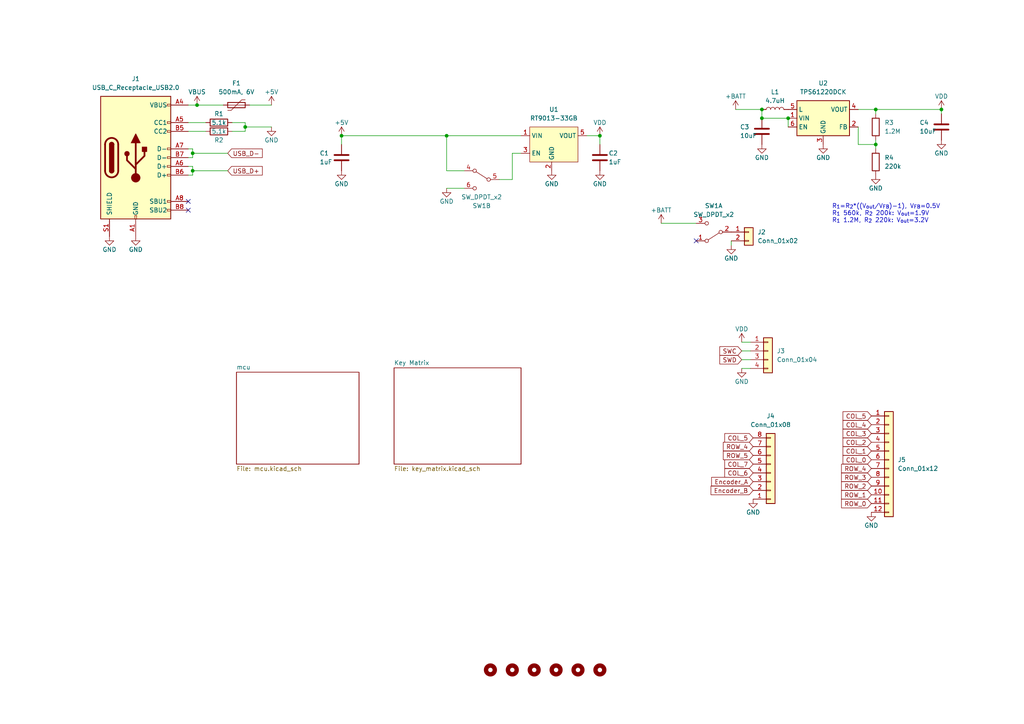
<source format=kicad_sch>
(kicad_sch (version 20230121) (generator eeschema)
  (paper "A4")
  (title_block (title "ErgoSNM Keyboard - Left") (rev "3.0") (company "SideraKB") (comment 1 "MIT License (Open source hardware)") (comment 2 "https://github.com/ziteh/ergo-snm-keyboard"))
  (lib_symbols
    (symbol "Connector:USB_C_Receptacle_USB2.0" (pin_names (offset 1.016))
      (property "Reference" "J" (at -10.16 19.05 0))
      (property "Value" "USB_C_Receptacle_USB2.0" (at 19.05 19.05 0))
      (symbol "USB_C_Receptacle_USB2.0_0_0"
        (rectangle (start -0.254 -17.78) (end 0.254 -16.764))
        (rectangle (start 10.16 -14.986) (end 9.144 -15.494))
        (rectangle (start 10.16 -12.446) (end 9.144 -12.954))
        (rectangle (start 10.16 -4.826) (end 9.144 -5.334))
        (rectangle (start 10.16 -2.286) (end 9.144 -2.794))
        (rectangle (start 10.16 0.254) (end 9.144 -0.254))
        (rectangle (start 10.16 2.794) (end 9.144 2.286))
        (rectangle (start 10.16 7.874) (end 9.144 7.366))
        (rectangle (start 10.16 10.414) (end 9.144 9.906))
        (rectangle (start 10.16 15.494) (end 9.144 14.986))
      )
      (symbol "USB_C_Receptacle_USB2.0_0_1"
        (rectangle (start -10.16 17.78) (end 10.16 -17.78) (stroke (width 0.254)) (fill (type background)))
        (arc (start -8.89 -3.81) (mid -6.985 -5.7067) (end -5.08 -3.81) (stroke (width 0.508)))
        (arc (start -7.62 -3.81) (mid -6.985 -4.4423) (end -6.35 -3.81) (stroke (width 0.254)))
        (arc (start -7.62 -3.81) (mid -6.985 -4.4423) (end -6.35 -3.81) (stroke (width 0.254)) (fill (type outline)))
        (rectangle (start -7.62 -3.81) (end -6.35 3.81) (stroke (width 0.254)) (fill (type outline)))
        (arc (start -6.35 3.81) (mid -6.985 4.4423) (end -7.62 3.81) (stroke (width 0.254)))
        (arc (start -6.35 3.81) (mid -6.985 4.4423) (end -7.62 3.81) (stroke (width 0.254)) (fill (type outline)))
        (arc (start -5.08 3.81) (mid -6.985 5.7067) (end -8.89 3.81) (stroke (width 0.508)))
        (circle (center -2.54 1.143) (radius 0.635) (stroke (width 0.254)) (fill (type outline)))
        (circle (center 0 -5.842) (radius 1.27) (fill (type outline)))
        (polyline (pts (xy -8.89 -3.81) (xy -8.89 3.81)) (stroke (width 0.508)))
        (polyline (pts (xy -5.08 3.81) (xy -5.08 -3.81)) (stroke (width 0.508)))
        (polyline (pts (xy 0 -5.842) (xy 0 4.318)) (stroke (width 0.508)))
        (polyline (pts (xy 0 -3.302) (xy -2.54 -0.762) (xy -2.54 0.508)) (stroke (width 0.508)))
        (polyline (pts (xy 0 -2.032) (xy 2.54 0.508) (xy 2.54 1.778)) (stroke (width 0.508)))
        (polyline (pts (xy -1.27 4.318) (xy 0 6.858) (xy 1.27 4.318) (xy -1.27 4.318)) (stroke (width 0.254)) (fill (type outline)))
        (rectangle (start 1.905 1.778) (end 3.175 3.048) (stroke (width 0.254)) (fill (type outline)))
      )
      (symbol "USB_C_Receptacle_USB2.0_1_1"
        (pin passive line (at 0 -22.86 90) (length 5.08) (name "GND") (number "A1"))
        (pin passive line (at 0 -22.86 90) (length 5.08) hide (name "GND") (number "A12"))
        (pin passive line (at 15.24 15.24 180) (length 5.08) (name "VBUS") (number "A4"))
        (pin bidirectional line (at 15.24 10.16 180) (length 5.08) (name "CC1") (number "A5"))
        (pin bidirectional line (at 15.24 -2.54 180) (length 5.08) (name "D+") (number "A6"))
        (pin bidirectional line (at 15.24 2.54 180) (length 5.08) (name "D-") (number "A7"))
        (pin bidirectional line (at 15.24 -12.7 180) (length 5.08) (name "SBU1") (number "A8"))
        (pin passive line (at 15.24 15.24 180) (length 5.08) hide (name "VBUS") (number "A9"))
        (pin passive line (at 0 -22.86 90) (length 5.08) hide (name "GND") (number "B1"))
        (pin passive line (at 0 -22.86 90) (length 5.08) hide (name "GND") (number "B12"))
        (pin passive line (at 15.24 15.24 180) (length 5.08) hide (name "VBUS") (number "B4"))
        (pin bidirectional line (at 15.24 7.62 180) (length 5.08) (name "CC2") (number "B5"))
        (pin bidirectional line (at 15.24 -5.08 180) (length 5.08) (name "D+") (number "B6"))
        (pin bidirectional line (at 15.24 0 180) (length 5.08) (name "D-") (number "B7"))
        (pin bidirectional line (at 15.24 -15.24 180) (length 5.08) (name "SBU2") (number "B8"))
        (pin passive line (at 15.24 15.24 180) (length 5.08) hide (name "VBUS") (number "B9"))
        (pin passive line (at -7.62 -22.86 90) (length 5.08) (name "SHIELD") (number "S1"))
      )
    )
    (symbol "Connector_Generic:Conn_01x02" (pin_names (offset 1.016) hide)
      (property "Reference" "J" (at 0 2.54 0))
      (property "Value" "Conn_01x02" (at 0 -5.08 0))
      (symbol "Conn_01x02_1_1"
        (rectangle (start -1.27 -2.413) (end 0 -2.667) (stroke (width 0.1524)))
        (rectangle (start -1.27 0.127) (end 0 -0.127) (stroke (width 0.1524)))
        (rectangle (start -1.27 1.27) (end 1.27 -3.81) (stroke (width 0.254)) (fill (type background)))
        (pin passive line (at -5.08 0 0) (length 3.81) (name "Pin_1") (number "1"))
        (pin passive line (at -5.08 -2.54 0) (length 3.81) (name "Pin_2") (number "2"))
      )
    )
    (symbol "Connector_Generic:Conn_01x04" (pin_names (offset 1.016) hide)
      (property "Reference" "J" (at 0 5.08 0))
      (property "Value" "Conn_01x04" (at 0 -7.62 0))
      (symbol "Conn_01x04_1_1"
        (rectangle (start -1.27 -4.953) (end 0 -5.207) (stroke (width 0.1524)))
        (rectangle (start -1.27 -2.413) (end 0 -2.667) (stroke (width 0.1524)))
        (rectangle (start -1.27 0.127) (end 0 -0.127) (stroke (width 0.1524)))
        (rectangle (start -1.27 2.667) (end 0 2.413) (stroke (width 0.1524)))
        (rectangle (start -1.27 3.81) (end 1.27 -6.35) (stroke (width 0.254)) (fill (type background)))
        (pin passive line (at -5.08 2.54 0) (length 3.81) (name "Pin_1") (number "1"))
        (pin passive line (at -5.08 0 0) (length 3.81) (name "Pin_2") (number "2"))
        (pin passive line (at -5.08 -2.54 0) (length 3.81) (name "Pin_3") (number "3"))
        (pin passive line (at -5.08 -5.08 0) (length 3.81) (name "Pin_4") (number "4"))
      )
    )
    (symbol "Connector_Generic:Conn_01x08" (pin_names (offset 1.016) hide)
      (property "Reference" "J" (at 0 10.16 0))
      (property "Value" "Conn_01x08" (at 0 -12.7 0))
      (symbol "Conn_01x08_1_1"
        (rectangle (start -1.27 -10.033) (end 0 -10.287) (stroke (width 0.1524)))
        (rectangle (start -1.27 -7.493) (end 0 -7.747) (stroke (width 0.1524)))
        (rectangle (start -1.27 -4.953) (end 0 -5.207) (stroke (width 0.1524)))
        (rectangle (start -1.27 -2.413) (end 0 -2.667) (stroke (width 0.1524)))
        (rectangle (start -1.27 0.127) (end 0 -0.127) (stroke (width 0.1524)))
        (rectangle (start -1.27 2.667) (end 0 2.413) (stroke (width 0.1524)))
        (rectangle (start -1.27 5.207) (end 0 4.953) (stroke (width 0.1524)))
        (rectangle (start -1.27 7.747) (end 0 7.493) (stroke (width 0.1524)))
        (rectangle (start -1.27 8.89) (end 1.27 -11.43) (stroke (width 0.254)) (fill (type background)))
        (pin passive line (at -5.08 7.62 0) (length 3.81) (name "Pin_1") (number "1"))
        (pin passive line (at -5.08 5.08 0) (length 3.81) (name "Pin_2") (number "2"))
        (pin passive line (at -5.08 2.54 0) (length 3.81) (name "Pin_3") (number "3"))
        (pin passive line (at -5.08 0 0) (length 3.81) (name "Pin_4") (number "4"))
        (pin passive line (at -5.08 -2.54 0) (length 3.81) (name "Pin_5") (number "5"))
        (pin passive line (at -5.08 -5.08 0) (length 3.81) (name "Pin_6") (number "6"))
        (pin passive line (at -5.08 -7.62 0) (length 3.81) (name "Pin_7") (number "7"))
        (pin passive line (at -5.08 -10.16 0) (length 3.81) (name "Pin_8") (number "8"))
      )
    )
    (symbol "Connector_Generic:Conn_01x12" (pin_names (offset 1.016) hide)
      (property "Reference" "J" (at 0 15.24 0))
      (property "Value" "Conn_01x12" (at 0 -17.78 0))
      (symbol "Conn_01x12_1_1"
        (rectangle (start -1.27 -15.113) (end 0 -15.367) (stroke (width 0.1524)))
        (rectangle (start -1.27 -12.573) (end 0 -12.827) (stroke (width 0.1524)))
        (rectangle (start -1.27 -10.033) (end 0 -10.287) (stroke (width 0.1524)))
        (rectangle (start -1.27 -7.493) (end 0 -7.747) (stroke (width 0.1524)))
        (rectangle (start -1.27 -4.953) (end 0 -5.207) (stroke (width 0.1524)))
        (rectangle (start -1.27 -2.413) (end 0 -2.667) (stroke (width 0.1524)))
        (rectangle (start -1.27 0.127) (end 0 -0.127) (stroke (width 0.1524)))
        (rectangle (start -1.27 2.667) (end 0 2.413) (stroke (width 0.1524)))
        (rectangle (start -1.27 5.207) (end 0 4.953) (stroke (width 0.1524)))
        (rectangle (start -1.27 7.747) (end 0 7.493) (stroke (width 0.1524)))
        (rectangle (start -1.27 10.287) (end 0 10.033) (stroke (width 0.1524)))
        (rectangle (start -1.27 12.827) (end 0 12.573) (stroke (width 0.1524)))
        (rectangle (start -1.27 13.97) (end 1.27 -16.51) (stroke (width 0.254)) (fill (type background)))
        (pin passive line (at -5.08 12.7 0) (length 3.81) (name "Pin_1") (number "1"))
        (pin passive line (at -5.08 -10.16 0) (length 3.81) (name "Pin_10") (number "10"))
        (pin passive line (at -5.08 -12.7 0) (length 3.81) (name "Pin_11") (number "11"))
        (pin passive line (at -5.08 -15.24 0) (length 3.81) (name "Pin_12") (number "12"))
        (pin passive line (at -5.08 10.16 0) (length 3.81) (name "Pin_2") (number "2"))
        (pin passive line (at -5.08 7.62 0) (length 3.81) (name "Pin_3") (number "3"))
        (pin passive line (at -5.08 5.08 0) (length 3.81) (name "Pin_4") (number "4"))
        (pin passive line (at -5.08 2.54 0) (length 3.81) (name "Pin_5") (number "5"))
        (pin passive line (at -5.08 0 0) (length 3.81) (name "Pin_6") (number "6"))
        (pin passive line (at -5.08 -2.54 0) (length 3.81) (name "Pin_7") (number "7"))
        (pin passive line (at -5.08 -5.08 0) (length 3.81) (name "Pin_8") (number "8"))
        (pin passive line (at -5.08 -7.62 0) (length 3.81) (name "Pin_9") (number "9"))
      )
    )
    (symbol "Device:C" (pin_numbers hide) (pin_names (offset 0.254))
      (property "Reference" "C" (at 0.635 2.54 0))
      (property "Value" "C" (at 0.635 -2.54 0))
      (symbol "C_0_1"
        (polyline (pts (xy -2.032 -0.762) (xy 2.032 -0.762)) (stroke (width 0.508)))
        (polyline (pts (xy -2.032 0.762) (xy 2.032 0.762)) (stroke (width 0.508)))
      )
      (symbol "C_1_1"
        (pin passive line (at 0 3.81 270) (length 2.794) (name "~") (number "1"))
        (pin passive line (at 0 -3.81 90) (length 2.794) (name "~") (number "2"))
      )
    )
    (symbol "Device:L" (pin_numbers hide) (pin_names (offset 1.016) hide)
      (property "Reference" "L" (at -1.27 0 90))
      (property "Value" "L" (at 1.905 0 90))
      (symbol "L_0_1"
        (arc (start 0 -2.54) (mid 0.6323 -1.905) (end 0 -1.27))
        (arc (start 0 -1.27) (mid 0.6323 -0.635) (end 0 0))
        (arc (start 0 0) (mid 0.6323 0.635) (end 0 1.27))
        (arc (start 0 1.27) (mid 0.6323 1.905) (end 0 2.54))
      )
      (symbol "L_1_1"
        (pin passive line (at 0 3.81 270) (length 1.27) (name "1") (number "1"))
        (pin passive line (at 0 -3.81 90) (length 1.27) (name "2") (number "2"))
      )
    )
    (symbol "Device:Polyfuse" (pin_numbers hide) (pin_names (offset 0))
      (property "Reference" "F" (at -2.54 0 90))
      (property "Value" "Polyfuse" (at 2.54 0 90))
      (symbol "Polyfuse_0_1"
        (rectangle (start -0.762 2.54) (end 0.762 -2.54) (stroke (width 0.254)))
        (polyline (pts (xy 0 2.54) (xy 0 -2.54)))
        (polyline (pts (xy -1.524 2.54) (xy -1.524 1.524) (xy 1.524 -1.524) (xy 1.524 -2.54)))
      )
      (symbol "Polyfuse_1_1"
        (pin passive line (at 0 3.81 270) (length 1.27) (name "~") (number "1"))
        (pin passive line (at 0 -3.81 90) (length 1.27) (name "~") (number "2"))
      )
    )
    (symbol "Device:R" (pin_numbers hide) (pin_names (offset 0))
      (property "Reference" "R" (at 2.032 0 90))
      (property "Value" "R" (at 0 0 90))
      (symbol "R_0_1"
        (rectangle (start -1.016 -2.54) (end 1.016 2.54) (stroke (width 0.254)))
      )
      (symbol "R_1_1"
        (pin passive line (at 0 3.81 270) (length 1.27) (name "~") (number "1"))
        (pin passive line (at 0 -3.81 90) (length 1.27) (name "~") (number "2"))
      )
    )
    (symbol "Mechanical:MountingHole" (pin_names (offset 1.016))
      (property "Reference" "H" (at 0 5.08 0))
      (property "Value" "MountingHole" (at 0 3.175 0))
      (symbol "MountingHole_0_1"
        (circle (center 0 0) (radius 1.27) (stroke (width 1.27)))
      )
    )
    (symbol "Regulator_Switching:TPS61220DCK"
      (property "Reference" "U" (at -7.62 6.35 0))
      (property "Value" "TPS61220DCK" (at 2.54 6.35 0))
      (symbol "TPS61220DCK_0_1"
        (rectangle (start -7.62 5.08) (end 7.62 -5.08) (stroke (width 0.254)) (fill (type background)))
      )
      (symbol "TPS61220DCK_1_1"
        (pin power_in line (at -10.16 0 0) (length 2.54) (name "VIN") (number "1"))
        (pin input line (at 10.16 -2.54 180) (length 2.54) (name "FB") (number "2"))
        (pin power_in line (at 0 -7.62 90) (length 2.54) (name "GND") (number "3"))
        (pin power_out line (at 10.16 2.54 180) (length 2.54) (name "VOUT") (number "4"))
        (pin power_in line (at -10.16 2.54 0) (length 2.54) (name "L") (number "5"))
        (pin input line (at -10.16 -2.54 0) (length 2.54) (name "EN") (number "6"))
      )
    )
    (symbol "Switch:SW_DPDT_x2" (pin_names (offset 0) hide)
      (property "Reference" "SW" (at 0 4.318 0))
      (property "Value" "SW_DPDT_x2" (at 0 -5.08 0))
      (symbol "SW_DPDT_x2_0_0"
        (circle (center -2.032 0) (radius 0.508))
        (circle (center 2.032 -2.54) (radius 0.508))
      )
      (symbol "SW_DPDT_x2_0_1"
        (polyline (pts (xy -1.524 0.254) (xy 1.651 2.286)))
        (circle (center 2.032 2.54) (radius 0.508))
      )
      (symbol "SW_DPDT_x2_1_1"
        (pin passive line (at 5.08 2.54 180) (length 2.54) (name "A") (number "1"))
        (pin passive line (at -5.08 0 0) (length 2.54) (name "B") (number "2"))
        (pin passive line (at 5.08 -2.54 180) (length 2.54) (name "C") (number "3"))
      )
      (symbol "SW_DPDT_x2_2_1"
        (pin passive line (at 5.08 2.54 180) (length 2.54) (name "A") (number "4"))
        (pin passive line (at -5.08 0 0) (length 2.54) (name "B") (number "5"))
        (pin passive line (at 5.08 -2.54 180) (length 2.54) (name "C") (number "6"))
      )
    )
    (symbol "power:+5V" (power) (pin_names (offset 0))
      (property "Value" "+5V" (at 0 3.556 0))
      (symbol "+5V_0_1"
        (polyline (pts (xy -0.762 1.27) (xy 0 2.54)))
        (polyline (pts (xy 0 0) (xy 0 2.54)))
        (polyline (pts (xy 0 2.54) (xy 0.762 1.27)))
      )
      (symbol "+5V_1_1"
        (pin power_in line (at 0 0 90) (length 0) hide (name "+5V") (number "1"))
      )
    )
    (symbol "power:+BATT" (power) (pin_names (offset 0))
      (property "Value" "+BATT" (at 0 3.556 0))
      (symbol "+BATT_0_1"
        (polyline (pts (xy -0.762 1.27) (xy 0 2.54)))
        (polyline (pts (xy 0 0) (xy 0 2.54)))
        (polyline (pts (xy 0 2.54) (xy 0.762 1.27)))
      )
      (symbol "+BATT_1_1"
        (pin power_in line (at 0 0 90) (length 0) hide (name "+BATT") (number "1"))
      )
    )
    (symbol "power:GND" (power) (pin_names (offset 0))
      (property "Value" "GND" (at 0 -3.81 0))
      (symbol "GND_0_1"
        (polyline (pts (xy 0 0) (xy 0 -1.27) (xy 1.27 -1.27) (xy 0 -2.54) (xy -1.27 -1.27) (xy 0 -1.27)))
      )
      (symbol "GND_1_1"
        (pin power_in line (at 0 0 270) (length 0) hide (name "GND") (number "1"))
      )
    )
    (symbol "power:VBUS" (power) (pin_names (offset 0))
      (property "Value" "VBUS" (at 0 3.81 0))
      (symbol "VBUS_0_1"
        (polyline (pts (xy -0.762 1.27) (xy 0 2.54)))
        (polyline (pts (xy 0 0) (xy 0 2.54)))
        (polyline (pts (xy 0 2.54) (xy 0.762 1.27)))
      )
      (symbol "VBUS_1_1"
        (pin power_in line (at 0 0 90) (length 0) hide (name "VBUS") (number "1"))
      )
    )
    (symbol "power:VDD" (power) (pin_names (offset 0))
      (property "Value" "VDD" (at 0 3.81 0))
      (symbol "VDD_0_1"
        (polyline (pts (xy -0.762 1.27) (xy 0 2.54)))
        (polyline (pts (xy 0 0) (xy 0 2.54)))
        (polyline (pts (xy 0 2.54) (xy 0.762 1.27)))
      )
      (symbol "VDD_1_1"
        (pin power_in line (at 0 0 90) (length 0) hide (name "VDD") (number "1"))
      )
    )
    (symbol "rp-micro:RT9013-33GB"
      (property "Reference" "U?" (at 0 8.89 0))
      (property "Value" "RT9013-33GB" (at 0 6.35 0))
      (symbol "RT9013-33GB_0_0"
        (pin no_connect non_logic (at 10.16 -2.54 180) (length 2.54) hide (name "NC") (number "4"))
      )
      (symbol "RT9013-33GB_0_1"
        (rectangle (start -6.35 5.08) (end 7.62 -5.08) (fill (type background)))
      )
      (symbol "RT9013-33GB_1_1"
        (pin power_in line (at -8.89 2.54 0) (length 2.54) (name "VIN") (number "1"))
        (pin power_in line (at 0 -7.62 90) (length 2.54) (name "GND") (number "2"))
        (pin input line (at -8.89 -2.54 0) (length 2.54) (name "EN") (number "3"))
        (pin power_out line (at 10.16 2.54 180) (length 2.54) (name "VOUT") (number "5"))
      )
    )
  )
  (junction (at 57.15 30.48))
  (junction (at 228.6 34.29))
  (junction (at 254 31.75))
  (junction (at 273.05 31.75))
  (junction (at 71.12 36.83))
  (junction (at 55.88 49.53))
  (junction (at 254 41.91))
  (junction (at 220.98 34.29))
  (junction (at 129.54 39.37))
  (junction (at 99.06 39.37))
  (junction (at 220.98 31.75))
  (junction (at 55.88 44.45))
  (junction (at 173.99 39.37))
  (no_connect (at 54.61 58.42))
  (no_connect (at 201.93 69.85))
  (no_connect (at 54.61 60.96))
  (wire (pts (xy 71.12 36.83) (xy 71.12 38.1)))
  (wire (pts (xy 215.1256 104.3288) (xy 217.6656 104.3288)))
  (wire (pts (xy 59.69 35.56) (xy 54.61 35.56)))
  (wire (pts (xy 191.77 64.77) (xy 201.93 64.77)))
  (wire (pts (xy 212.09 69.85) (xy 212.09 71.12)))
  (wire (pts (xy 215.1256 99.2488) (xy 217.6656 99.2488)))
  (wire (pts (xy 71.12 35.56) (xy 67.31 35.56)))
  (wire (pts (xy 254 41.91) (xy 254 40.64)))
  (wire (pts (xy 254 43.18) (xy 254 41.91)))
  (wire (pts (xy 54.61 50.8) (xy 55.88 50.8)))
  (wire (pts (xy 99.06 39.37) (xy 129.54 39.37)))
  (wire (pts (xy 129.54 39.37) (xy 151.13 39.37)))
  (wire (pts (xy 55.88 49.53) (xy 55.88 50.8)))
  (wire (pts (xy 215.1256 101.7888) (xy 217.6656 101.7888)))
  (wire (pts (xy 148.59 44.45) (xy 151.13 44.45)))
  (wire (pts (xy 248.92 31.75) (xy 254 31.75)))
  (wire (pts (xy 55.88 44.45) (xy 66.04 44.45)))
  (wire (pts (xy 99.06 39.37) (xy 99.06 41.91)))
  (wire (pts (xy 213.36 31.75) (xy 220.98 31.75)))
  (wire (pts (xy 54.61 30.48) (xy 57.15 30.48)))
  (wire (pts (xy 220.98 34.29) (xy 228.6 34.29)))
  (wire (pts (xy 254 33.02) (xy 254 31.75)))
  (wire (pts (xy 148.59 52.07) (xy 144.78 52.07)))
  (wire (pts (xy 71.12 38.1) (xy 67.31 38.1)))
  (wire (pts (xy 248.92 41.91) (xy 248.92 36.83)))
  (wire (pts (xy 55.88 48.26) (xy 55.88 49.53)))
  (wire (pts (xy 54.61 43.18) (xy 55.88 43.18)))
  (wire (pts (xy 55.88 44.45) (xy 55.88 45.72)))
  (wire (pts (xy 148.59 44.45) (xy 148.59 52.07)))
  (wire (pts (xy 129.54 39.37) (xy 129.54 49.53)))
  (wire (pts (xy 220.98 31.75) (xy 220.98 34.29)))
  (wire (pts (xy 129.54 54.61) (xy 134.62 54.61)))
  (wire (pts (xy 170.18 39.37) (xy 173.99 39.37)))
  (wire (pts (xy 54.61 38.1) (xy 59.69 38.1)))
  (wire (pts (xy 248.92 41.91) (xy 254 41.91)))
  (wire (pts (xy 273.05 31.75) (xy 254 31.75)))
  (wire (pts (xy 54.61 48.26) (xy 55.88 48.26)))
  (wire (pts (xy 55.88 45.72) (xy 54.61 45.72)))
  (wire (pts (xy 173.99 39.37) (xy 173.99 41.91)))
  (wire (pts (xy 55.88 49.53) (xy 66.04 49.53)))
  (wire (pts (xy 55.88 43.18) (xy 55.88 44.45)))
  (wire (pts (xy 78.74 30.48) (xy 72.39 30.48)))
  (wire (pts (xy 228.6 34.29) (xy 228.6 36.83)))
  (wire (pts (xy 71.12 35.56) (xy 71.12 36.83)))
  (wire (pts (xy 71.12 36.83) (xy 78.74 36.83)))
  (wire (pts (xy 215.1256 106.8688) (xy 217.6656 106.8688)))
  (wire (pts (xy 273.05 33.02) (xy 273.05 31.75)))
  (wire (pts (xy 129.54 49.53) (xy 134.62 49.53)))
  (wire (pts (xy 64.77 30.48) (xy 57.15 30.48)))
  (text "R_{1}=R_{2}*((V_{out}/V_{FB})-1), V_{FB}=0.5V\nR_{1} 560k, R_{2} 200k: V_{out}=1.9V\nR_{1} 1.2M, R_{2} 220k: V_{out}=3.2V" (at 241.3 64.77 0) (effects (font (size 1.27 1.27)) (justify left bottom)))
  (global_label "Encoder_A" (shape input) (at 218.44 139.7 180) (property "Intersheetrefs" "${INTERSHEET_REFS}" (effects hide)))
  (global_label "USB_D-" (shape input) (at 66.04 44.45 0) (property "Intersheetrefs" "${INTERSHEET_REFS}" (effects hide)))
  (global_label "SWC" (shape input) (at 215.1256 101.7888 180) (property "Intersheetrefs" "${INTERSHEET_REFS}" (effects hide)))
  (global_label "ROW_4" (shape input) (at 252.73 135.89 180) (property "Intersheetrefs" "${INTERSHEET_REFS}" (effects hide)))
  (global_label "ROW_5" (shape input) (at 218.44 132.08 180) (property "Intersheetrefs" "${INTERSHEET_REFS}" (effects hide)))
  (global_label "Encoder_B" (shape input) (at 218.44 142.24 180) (property "Intersheetrefs" "${INTERSHEET_REFS}" (effects hide)))
  (global_label "ROW_3" (shape input) (at 252.73 138.43 180) (property "Intersheetrefs" "${INTERSHEET_REFS}" (effects hide)))
  (global_label "ROW_0" (shape input) (at 252.73 146.05 180) (property "Intersheetrefs" "${INTERSHEET_REFS}" (effects hide)))
  (global_label "COL_5" (shape input) (at 252.73 120.65 180) (property "Intersheetrefs" "${INTERSHEET_REFS}" (effects hide)))
  (global_label "ROW_4" (shape input) (at 218.44 129.54 180) (property "Intersheetrefs" "${INTERSHEET_REFS}" (effects hide)))
  (global_label "SWD" (shape input) (at 215.1256 104.3288 180) (property "Intersheetrefs" "${INTERSHEET_REFS}" (effects hide)))
  (global_label "USB_D+" (shape input) (at 66.04 49.53 0) (property "Intersheetrefs" "${INTERSHEET_REFS}" (effects hide)))
  (global_label "COL_2" (shape input) (at 252.73 128.27 180) (property "Intersheetrefs" "${INTERSHEET_REFS}" (effects hide)))
  (global_label "COL_0" (shape input) (at 252.73 133.35 180) (property "Intersheetrefs" "${INTERSHEET_REFS}" (effects hide)))
  (global_label "COL_7" (shape input) (at 218.44 134.62 180) (property "Intersheetrefs" "${INTERSHEET_REFS}" (effects hide)))
  (global_label "COL_5" (shape input) (at 218.44 127 180) (property "Intersheetrefs" "${INTERSHEET_REFS}" (effects hide)))
  (global_label "COL_3" (shape input) (at 252.73 125.73 180) (property "Intersheetrefs" "${INTERSHEET_REFS}" (effects hide)))
  (global_label "COL_4" (shape input) (at 252.73 123.19 180) (property "Intersheetrefs" "${INTERSHEET_REFS}" (effects hide)))
  (global_label "ROW_1" (shape input) (at 252.73 143.51 180) (property "Intersheetrefs" "${INTERSHEET_REFS}" (effects hide)))
  (global_label "COL_1" (shape input) (at 252.73 130.81 180) (property "Intersheetrefs" "${INTERSHEET_REFS}" (effects hide)))
  (global_label "COL_6" (shape input) (at 218.44 137.16 180) (property "Intersheetrefs" "${INTERSHEET_REFS}" (effects hide)))
  (global_label "ROW_2" (shape input) (at 252.73 140.97 180) (property "Intersheetrefs" "${INTERSHEET_REFS}" (effects hide)))
  (symbol (lib_id "Switch:SW_DPDT_x2") (at 207.01 67.31 180) (unit 1)
    (property "Reference" "SW1" (at 207.01 59.69 0))
    (property "Value" "SW_DPDT_x2" (at 207.01 62.23 0))
    (property "Footprint" "ErgoSNM_Keyboard:MSKT-22D14-T" (effects hide))
  )
  (symbol (lib_id "power:GND") (at 31.75 68.58 0) (unit 1)
    (property "Reference" "#PWR01" (effects hide))
    (property "Value" "GND" (at 31.75 72.39 0))
  )
  (symbol (lib_id "Mechanical:MountingHole") (at 161.29 194.31 0) (unit 1) (in_bom no)
    (property "Reference" "H4" (effects hide))
    (property "Value" "MountingHole" (effects hide))
    (property "Footprint" "MountingHole:MountingHole_2.2mm_M2" (effects hide))
  )
  (symbol (lib_id "power:+BATT") (at 191.77 64.77 0) (unit 1)
    (property "Reference" "#PWR012" (effects hide))
    (property "Value" "+BATT" (at 191.77 60.96 0))
  )
  (symbol (lib_id "Mechanical:MountingHole") (at 154.94 194.31 0) (unit 1) (in_bom no)
    (property "Reference" "H3" (effects hide))
    (property "Value" "MountingHole" (effects hide))
    (property "Footprint" "MountingHole:MountingHole_2.2mm_M2" (effects hide))
  )
  (symbol (lib_id "Connector_Generic:Conn_01x04") (at 222.7456 101.7888 0) (unit 1)
    (property "Reference" "J3" (at 225.2856 101.7888 0) (effects (justify left)))
    (property "Value" "Conn_01x04" (at 225.2856 104.3288 0) (effects (justify left)))
    (property "Footprint" "Connector_PinHeader_2.54mm:PinHeader_1x04_P2.54mm_Vertical" (effects hide))
  )
  (symbol (lib_id "power:GND") (at 173.99 49.53 0) (unit 1)
    (property "Reference" "#PWR011" (effects hide))
    (property "Value" "GND" (at 173.99 53.34 0))
  )
  (symbol (lib_id "Device:R") (at 254 46.99 0) (unit 1)
    (property "Reference" "R4" (at 256.54 45.72 0) (effects (justify left)))
    (property "Value" "220k" (at 256.54 48.26 0) (effects (justify left)))
    (property "Footprint" "Resistor_SMD:R_0603_1608Metric" (effects hide))
    (property "MFR. Part #" "0402WGF1002TCE " (effects hide))
    (property "LCSC" "C25744" (effects hide))
  )
  (symbol (lib_id "Device:C") (at 99.06 45.72 0) (unit 1)
    (property "Reference" "C1" (at 92.71 44.45 0) (effects (justify left)))
    (property "Value" "1uF" (at 92.71 46.99 0) (effects (justify left)))
    (property "Footprint" "Capacitor_SMD:C_0603_1608Metric" (effects hide))
    (property "MFR. Part #" "CL05A105KA5NQNC" (effects hide))
    (property "LCSC" "C52923" (effects hide))
  )
  (symbol (lib_id "power:GND") (at 220.98 41.91 0) (unit 1)
    (property "Reference" "#PWR018" (effects hide))
    (property "Value" "GND" (at 220.98 45.72 0))
  )
  (symbol (lib_id "Mechanical:MountingHole") (at 148.59 194.31 0) (unit 1) (in_bom no)
    (property "Reference" "H2" (effects hide))
    (property "Value" "MountingHole" (effects hide))
    (property "Footprint" "MountingHole:MountingHole_2.2mm_M2" (effects hide))
  )
  (symbol (lib_id "Regulator_Switching:TPS61220DCK") (at 238.76 34.29 0) (unit 1)
    (property "Reference" "U2" (at 238.76 24.13 0))
    (property "Value" "TPS61220DCK" (at 238.76 26.67 0))
    (property "Footprint" "Package_TO_SOT_SMD:Texas_R-PDSO-G6" (effects hide))
    (property "Datasheet" "http://www.ti.com/lit/ds/symlink/tps61220.pdf" (effects hide))
  )
  (symbol (lib_id "power:GND") (at 238.76 41.91 0) (unit 1)
    (property "Reference" "#PWR019" (effects hide))
    (property "Value" "GND" (at 238.76 45.72 0))
  )
  (symbol (lib_id "power:VDD") (at 215.1256 99.2488 0) (unit 1)
    (property "Reference" "#PWR015" (effects hide))
    (property "Value" "VDD" (at 215.1256 95.4388 0))
  )
  (symbol (lib_id "Device:C") (at 273.05 36.83 0) (unit 1)
    (property "Reference" "C4" (at 266.7 35.56 0) (effects (justify left)))
    (property "Value" "10uF" (at 266.7 38.1 0) (effects (justify left)))
    (property "Footprint" "Capacitor_SMD:C_0603_1608Metric" (effects hide))
    (property "MFR. Part #" "CL05A105KA5NQNC" (effects hide))
    (property "LCSC" "C52923" (effects hide))
  )
  (symbol (lib_id "Device:R") (at 63.5 35.56 90) (unit 1)
    (property "Reference" "R1" (at 63.5 33.02 90))
    (property "Value" "5.1k" (at 63.5 35.56 90))
    (property "Footprint" "Resistor_SMD:R_0603_1608Metric" (effects hide))
    (property "MFR. Part #" "0402WGF5101TCE" (effects hide))
    (property "LCSC" "C25905" (effects hide))
  )
  (symbol (lib_id "power:GND") (at 273.05 40.64 0) (unit 1)
    (property "Reference" "#PWR023" (effects hide))
    (property "Value" "GND" (at 273.05 44.45 0))
  )
  (symbol (lib_id "Connector:USB_C_Receptacle_USB2.0") (at 39.37 45.72 0) (unit 1)
    (property "Reference" "J1" (at 39.37 22.86 0))
    (property "Value" "USB_C_Receptacle_USB2.0" (at 39.37 25.4 0))
    (property "Footprint" "Connector_USB:USB_C_Receptacle_HRO_TYPE-C-31-M-12" (effects hide))
    (property "Datasheet" "https://www.usb.org/sites/default/files/documents/usb_type-c.zip" (effects hide))
    (property "MFR. Part #" "TYPE-C-31-M-12" (effects hide))
    (property "LCSC" "C165948" (effects hide))
  )
  (symbol (lib_id "Mechanical:MountingHole") (at 167.64 194.31 0) (unit 1) (in_bom no)
    (property "Reference" "H5" (effects hide))
    (property "Value" "MountingHole" (effects hide))
    (property "Footprint" "MountingHole:MountingHole_2.2mm_M2" (effects hide))
  )
  (symbol (lib_id "power:GND") (at 218.44 144.78 0) (unit 1)
    (property "Reference" "#PWR017" (effects hide))
    (property "Value" "GND" (at 218.44 148.59 0))
  )
  (symbol (lib_id "Mechanical:MountingHole") (at 142.24 194.31 0) (unit 1) (in_bom no)
    (property "Reference" "H1" (effects hide))
    (property "Value" "MountingHole" (effects hide))
    (property "Footprint" "MountingHole:MountingHole_2.2mm_M2" (effects hide))
  )
  (symbol (lib_id "Device:R") (at 63.5 38.1 90) (unit 1)
    (property "Reference" "R2" (at 63.5 40.64 90))
    (property "Value" "5.1k" (at 63.5 38.1 90))
    (property "Footprint" "Resistor_SMD:R_0603_1608Metric" (effects hide))
    (property "MFR. Part #" "0402WGF5101TCE" (effects hide))
    (property "LCSC" "C25905" (effects hide))
  )
  (symbol (lib_id "Connector_Generic:Conn_01x02") (at 217.17 67.31 0) (unit 1)
    (property "Reference" "J2" (at 219.71 67.31 0) (effects (justify left)))
    (property "Value" "Conn_01x02" (at 219.71 69.85 0) (effects (justify left)))
    (property "Footprint" "Connector_PinHeader_2.54mm:PinHeader_1x02_P2.54mm_Vertical" (effects hide))
  )
  (symbol (lib_id "power:GND") (at 99.06 49.53 0) (unit 1)
    (property "Reference" "#PWR07" (effects hide))
    (property "Value" "GND" (at 99.06 53.34 0))
  )
  (symbol (lib_id "rp-micro:RT9013-33GB") (at 160.02 41.91 0) (unit 1)
    (property "Reference" "U1" (at 160.655 31.75 0))
    (property "Value" "RT9013-33GB" (at 160.655 34.29 0))
    (property "Footprint" "Package_TO_SOT_SMD:SOT-23-5" (effects hide))
    (property "MFR. Part #" "RT9013-33GB" (effects hide))
    (property "LCSC" "C47773" (effects hide))
  )
  (symbol (lib_id "power:+BATT") (at 213.36 31.75 0) (unit 1)
    (property "Reference" "#PWR014" (effects hide))
    (property "Value" "+BATT" (at 213.36 27.94 0))
  )
  (symbol (lib_id "Switch:SW_DPDT_x2") (at 139.7 52.07 0) (mirror y) (unit 2)
    (property "Reference" "SW1" (at 139.7 59.69 0))
    (property "Value" "SW_DPDT_x2" (at 139.7 57.15 0))
    (property "Footprint" "ErgoSNM_Keyboard:MSKT-22D14-T" (effects hide))
  )
  (symbol (lib_id "power:+5V") (at 99.06 39.37 0) (unit 1)
    (property "Reference" "#PWR06" (effects hide))
    (property "Value" "+5V" (at 99.06 35.56 0))
  )
  (symbol (lib_id "Device:Polyfuse") (at 68.58 30.48 90) (unit 1)
    (property "Reference" "F1" (at 68.58 24.13 90))
    (property "Value" "500mA, 6V" (at 68.58 26.67 90))
    (property "Footprint" "Fuse:Fuse_0805_2012Metric" (effects hide))
    (property "MFR. Part #" "SMD0805B050TF" (effects hide))
    (property "LCSC" "C269104" (effects hide))
  )
  (symbol (lib_id "power:GND") (at 39.37 68.58 0) (unit 1)
    (property "Reference" "#PWR02" (effects hide))
    (property "Value" "GND" (at 39.37 72.39 0))
  )
  (symbol (lib_id "Device:R") (at 254 36.83 0) (unit 1)
    (property "Reference" "R3" (at 256.54 35.56 0) (effects (justify left)))
    (property "Value" "1.2M" (at 256.54 38.1 0) (effects (justify left)))
    (property "Footprint" "Resistor_SMD:R_0603_1608Metric" (effects hide))
    (property "MFR. Part #" "0402WGF1002TCE " (effects hide))
    (property "LCSC" "C25744" (effects hide))
  )
  (symbol (lib_id "Device:C") (at 220.98 38.1 0) (unit 1)
    (property "Reference" "C3" (at 214.63 36.83 0) (effects (justify left)))
    (property "Value" "10uF" (at 214.63 39.37 0) (effects (justify left)))
    (property "Footprint" "Capacitor_SMD:C_0603_1608Metric" (effects hide))
    (property "MFR. Part #" "CL05A105KA5NQNC" (effects hide))
    (property "LCSC" "C52923" (effects hide))
  )
  (symbol (lib_id "Device:C") (at 173.99 45.72 0) (unit 1)
    (property "Reference" "C2" (at 176.53 44.45 0) (effects (justify left)))
    (property "Value" "1uF" (at 176.53 46.99 0) (effects (justify left)))
    (property "Footprint" "Capacitor_SMD:C_0603_1608Metric" (effects hide))
    (property "MFR. Part #" "CL05A105KA5NQNC" (effects hide))
    (property "LCSC" "C52923" (effects hide))
  )
  (symbol (lib_id "power:VBUS") (at 57.15 30.48 0) (unit 1)
    (property "Reference" "#PWR03" (effects hide))
    (property "Value" "VBUS" (at 57.15 26.67 0))
  )
  (symbol (lib_id "power:GND") (at 129.54 54.61 0) (unit 1)
    (property "Reference" "#PWR08" (effects hide))
    (property "Value" "GND" (at 129.54 58.42 0))
  )
  (symbol (lib_id "Connector_Generic:Conn_01x12") (at 257.81 133.35 0) (unit 1)
    (property "Reference" "J5" (at 260.35 133.35 0) (effects (justify left)))
    (property "Value" "Conn_01x12" (at 260.35 135.89 0) (effects (justify left)))
    (property "Footprint" "Connector_PinHeader_2.54mm:PinHeader_1x12_P2.54mm_Vertical" (effects hide))
  )
  (symbol (lib_id "power:+5V") (at 78.74 30.48 0) (unit 1)
    (property "Reference" "#PWR04" (effects hide))
    (property "Value" "+5V" (at 78.74 26.67 0))
  )
  (symbol (lib_id "power:GND") (at 254 50.8 0) (unit 1)
    (property "Reference" "#PWR021" (effects hide))
    (property "Value" "GND" (at 254 54.61 0))
  )
  (symbol (lib_id "Connector_Generic:Conn_01x08") (at 223.52 137.16 0) (mirror x) (unit 1)
    (property "Reference" "J4" (at 223.52 120.65 0))
    (property "Value" "Conn_01x08" (at 223.52 123.19 0))
    (property "Footprint" "ErgoSNM_Keyboard:FPC_8P_0.5mm_AFC01-S08FCA-00" (effects hide))
    (property "LCSC" "C265111" (effects hide))
    (property "MFR. Part #" "SM08B-GHS-TB(LF)(SN)" (effects hide))
  )
  (symbol (lib_id "Device:L") (at 224.79 31.75 90) (unit 1)
    (property "Reference" "L1" (at 224.79 26.67 90))
    (property "Value" "4.7uH" (at 224.79 29.21 90))
    (property "Footprint" "Inductor_SMD:L_Changjiang_FNR4030S" (effects hide))
  )
  (symbol (lib_id "power:GND") (at 78.74 36.83 0) (unit 1)
    (property "Reference" "#PWR05" (effects hide))
    (property "Value" "GND" (at 78.74 40.64 0))
  )
  (symbol (lib_id "power:VDD") (at 173.99 39.37 0) (unit 1)
    (property "Reference" "#PWR010" (effects hide))
    (property "Value" "VDD" (at 173.99 35.56 0))
  )
  (symbol (lib_id "power:GND") (at 160.02 49.53 0) (unit 1)
    (property "Reference" "#PWR09" (effects hide))
    (property "Value" "GND" (at 160.02 53.34 0))
  )
  (symbol (lib_id "power:GND") (at 212.09 71.12 0) (unit 1)
    (property "Reference" "#PWR013" (effects hide))
    (property "Value" "GND" (at 212.09 74.93 0))
  )
  (symbol (lib_id "power:GND") (at 252.73 148.59 0) (unit 1)
    (property "Reference" "#PWR020" (effects hide))
    (property "Value" "GND" (at 252.73 152.4 0))
  )
  (symbol (lib_id "Mechanical:MountingHole") (at 173.99 194.31 0) (unit 1) (in_bom no)
    (property "Reference" "H6" (effects hide))
    (property "Value" "MountingHole" (effects hide))
    (property "Footprint" "MountingHole:MountingHole_2.2mm_M2" (effects hide))
  )
  (symbol (lib_id "power:GND") (at 215.1256 106.8688 0) (unit 1)
    (property "Reference" "#PWR016" (effects hide))
    (property "Value" "GND" (at 215.1256 110.6788 0))
  )
  (symbol (lib_id "power:VDD") (at 273.05 31.75 0) (unit 1)
    (property "Reference" "#PWR022" (effects hide))
    (property "Value" "VDD" (at 273.05 27.94 0))
  )
  (sheet (at 114.3 106.68) (size 36.83 27.94) (stroke (width 0.1524))
    (property "Sheetname" "Key Matrix" (at 114.3 105.9684 0) (effects (justify left bottom)))
    (property "Sheetfile" "key_matrix.kicad_sch" (at 114.3 135.2046 0) (effects (justify left top)))
  )
  (sheet (at 68.58 107.95) (size 35.56 26.67) (stroke (width 0.1524))
    (property "Sheetname" "mcu" (at 68.58 107.2384 0) (effects (justify left bottom)))
    (property "Sheetfile" "mcu.kicad_sch" (at 68.58 135.2046 0) (effects (justify left top)))
  )
)
</source>
